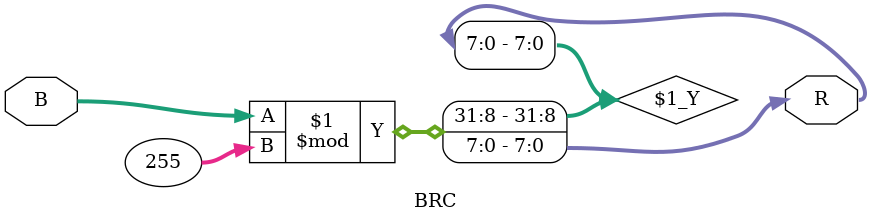
<source format=v>
module BRC(B,R);

input [7:0]B;

output [7:0]R;

assign R = B % 255;

endmodule


</source>
